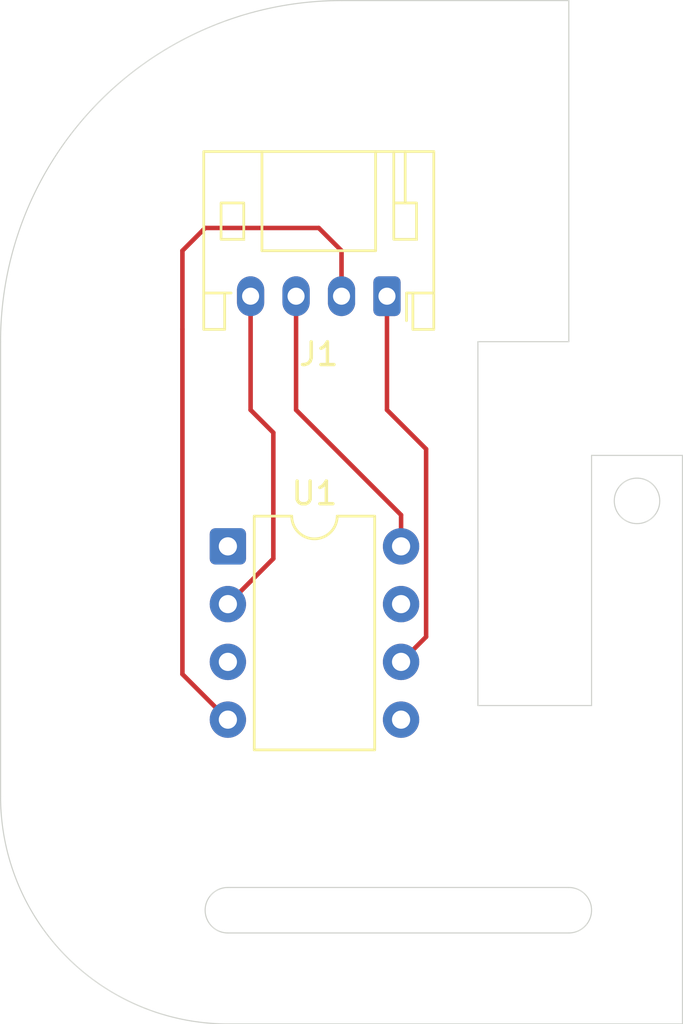
<source format=kicad_pcb>
(kicad_pcb (version 20241229) (generator "pcbnew") (generator_version "9.0")
  (layers (0 "F.Cu" signal) (2 "B.Cu" signal) (13 "F.Paste" user) (15 "B.Paste" user) (5 "F.SilkS" user "F.Silkscreen") (7 "B.SilkS" user "B.Silkscreen") (1 "F.Mask" user) (3 "B.Mask" user) (25 "Edge.Cuts" user))
  (net 0 "")
  (net 1 "VDD")
  (net 2 "/IN")
  (net 3 "/OUT")
  (net 4 "GND")
  (footprint "Connector_JST:JST_PH_S4B-PH-K_1x04_P2.00mm_Horizontal" (layer "F.Cu") (at 107 68 180)
    (property "Reference" "J1" (at 3 -2.55 0) (layer "F.SilkS"))
    (property "Value" "Conn_01x04")
    (fp_line (start 8.06 6.36) (end 8.06 -1.46) (stroke (width 0.12)) (layer "F.SilkS"))
    (fp_line (start 8.06 0.14) (end 7.14 0.14) (stroke (width 0.12)) (layer "F.SilkS"))
    (fp_line (start 8.06 -1.46) (end 7.14 -1.46) (stroke (width 0.12)) (layer "F.SilkS"))
    (fp_line (start 7.14 0.14) (end 6.86 0.14) (stroke (width 0.12)) (layer "F.SilkS"))
    (fp_line (start 7.14 -1.46) (end 7.14 0.14) (stroke (width 0.12)) (layer "F.SilkS"))
    (fp_line (start 5.5 2) (end 5.5 6.36) (stroke (width 0.12)) (layer "F.SilkS"))
    (fp_line (start 0.5 6.36) (end 0.5 2) (stroke (width 0.12)) (layer "F.SilkS"))
    (fp_line (start 0.5 2) (end 5.5 2) (stroke (width 0.12)) (layer "F.SilkS"))
    (fp_line (start -0.3 4.1) (end -0.3 6.36) (stroke (width 0.12)) (layer "F.SilkS"))
    (fp_line (start -0.8 4.1) (end -0.8 6.36) (stroke (width 0.12)) (layer "F.SilkS"))
    (fp_line (start -0.86 0.14) (end -0.86 -1.075) (stroke (width 0.12)) (layer "F.SilkS"))
    (fp_line (start -0.86 0.14) (end -1.14 0.14) (stroke (width 0.12)) (layer "F.SilkS"))
    (fp_line (start -1.14 0.14) (end -1.14 -1.46) (stroke (width 0.12)) (layer "F.SilkS"))
    (fp_line (start -1.14 -1.46) (end -2.06 -1.46) (stroke (width 0.12)) (layer "F.SilkS"))
    (fp_line (start -2.06 6.36) (end 8.06 6.36) (stroke (width 0.12)) (layer "F.SilkS"))
    (fp_line (start -2.06 0.14) (end -1.14 0.14) (stroke (width 0.12)) (layer "F.SilkS"))
    (fp_line (start -2.06 -1.46) (end -2.06 6.36) (stroke (width 0.12)) (layer "F.SilkS"))
    (fp_rect (start 6.3 2.5) (end 7.3 4.1) (stroke (width 0.12)) (fill no) (layer "F.SilkS"))
    (fp_rect (start -1.3 2.5) (end -0.3 4.1) (stroke (width 0.12)) (fill no) (layer "F.SilkS"))
    (pad "1" thru_hole roundrect (at 0 0 180) (size 1.2 1.75) (drill 0.75) (layers "*.Cu" "*.Mask") (roundrect_rratio 0.208333) (net 4 "GND"))
    (pad "2" thru_hole oval (at 2 0 180) (size 1.2 1.75) (drill 0.75) (layers "*.Cu" "*.Mask") (net 3 "/OUT"))
    (pad "3" thru_hole oval (at 4 0 180) (size 1.2 1.75) (drill 0.75) (layers "*.Cu" "*.Mask") (net 2 "/IN"))
    (pad "4" thru_hole oval (at 6 0 180) (size 1.2 1.75) (drill 0.75) (layers "*.Cu" "*.Mask") (net 1 "VDD"))
  )
  (footprint "Package_DIP:DIP-8_W7.62mm" (layer "F.Cu") (at 100 79)
    (property "Reference" "U1" (at 3.81 -2.33 0) (layer "F.SilkS"))
    (property "Value" "LM6321N")
    (fp_line (start 1.16 -1.33) (end 1.16 8.95) (stroke (width 0.12)) (layer "F.SilkS"))
    (fp_line (start 1.16 8.95) (end 6.46 8.95) (stroke (width 0.12)) (layer "F.SilkS"))
    (fp_line (start 2.81 -1.33) (end 1.16 -1.33) (stroke (width 0.12)) (layer "F.SilkS"))
    (fp_line (start 6.46 -1.33) (end 4.81 -1.33) (stroke (width 0.12)) (layer "F.SilkS"))
    (fp_line (start 6.46 8.95) (end 6.46 -1.33) (stroke (width 0.12)) (layer "F.SilkS"))
    (fp_arc (start 4.81 -1.33) (mid 3.81 -0.33) (end 2.81 -1.33) (stroke (width 0.12)) (layer "F.SilkS"))
    (pad "1" thru_hole roundrect (at 0 0) (size 1.6 1.6) (drill 0.8) (layers "*.Cu" "*.Mask") (roundrect_rratio 0.15625))
    (pad "2" thru_hole circle (at 0 2.54) (size 1.6 1.6) (drill 0.8) (layers "*.Cu" "*.Mask") (net 1 "VDD"))
    (pad "3" thru_hole circle (at 0 5.08) (size 1.6 1.6) (drill 0.8) (layers "*.Cu" "*.Mask"))
    (pad "4" thru_hole circle (at 0 7.62) (size 1.6 1.6) (drill 0.8) (layers "*.Cu" "*.Mask") (net 3 "/OUT"))
    (pad "5" thru_hole circle (at 7.62 7.62) (size 1.6 1.6) (drill 0.8) (layers "*.Cu" "*.Mask"))
    (pad "6" thru_hole circle (at 7.62 5.08) (size 1.6 1.6) (drill 0.8) (layers "*.Cu" "*.Mask") (net 4 "GND"))
    (pad "7" thru_hole circle (at 7.62 2.54) (size 1.6 1.6) (drill 0.8) (layers "*.Cu" "*.Mask"))
    (pad "8" thru_hole circle (at 7.62 0) (size 1.6 1.6) (drill 0.8) (layers "*.Cu" "*.Mask") (net 2 "/IN"))
  )
  (gr_circle (center 118 77) (end 118 78) (stroke (width 0.05)) (fill no) (layer "Edge.Cuts"))
  (gr_line (start 111 70) (end 111 86) (stroke (width 0.05)) (layer "Edge.Cuts"))
  (gr_line (start 115 55) (end 115 70) (stroke (width 0.05)) (layer "Edge.Cuts"))
  (gr_line (start 100 94) (end 115 94) (stroke (width 0.05)) (layer "Edge.Cuts"))
  (gr_line (start 120 100) (end 100 100) (stroke (width 0.05)) (layer "Edge.Cuts"))
  (gr_line (start 115 96) (end 100 96) (stroke (width 0.05)) (layer "Edge.Cuts"))
  (gr_line (start 116 75) (end 120 75) (stroke (width 0.05)) (layer "Edge.Cuts"))
  (gr_arc (start 90 70) (mid 94.393398 59.393398) (end 105 55) (stroke (width 0.05)) (layer "Edge.Cuts"))
  (gr_line (start 120 75) (end 120 100) (stroke (width 0.05)) (layer "Edge.Cuts"))
  (gr_line (start 105 55) (end 115 55) (stroke (width 0.05)) (layer "Edge.Cuts"))
  (gr_line (start 90 90) (end 90 70) (stroke (width 0.05)) (layer "Edge.Cuts"))
  (gr_arc (start 115 94) (mid 116 95) (end 115 96) (stroke (width 0.05)) (layer "Edge.Cuts"))
  (gr_line (start 115 70) (end 111 70) (stroke (width 0.05)) (layer "Edge.Cuts"))
  (gr_arc (start 100 96) (mid 99 95) (end 100 94) (stroke (width 0.05)) (layer "Edge.Cuts"))
  (gr_arc (start 100 100) (mid 92.928932 97.071068) (end 90 90) (stroke (width 0.05)) (layer "Edge.Cuts"))
  (gr_line (start 116 86) (end 116 75) (stroke (width 0.05)) (layer "Edge.Cuts"))
  (gr_line (start 111 86) (end 116 86) (stroke (width 0.05)) (layer "Edge.Cuts"))
  (segment (start 102 79.54) (end 102 74) (width 0.2) (layer "F.Cu") (net 1))
  (segment (start 100 81.54) (end 102 79.54) (width 0.2) (layer "F.Cu") (net 1))
  (segment (start 102 74) (end 101 73) (width 0.2) (layer "F.Cu") (net 1))
  (segment (start 101 73) (end 101 68) (width 0.2) (layer "F.Cu") (net 1))
  (segment (start 103 68) (end 103 73) (width 0.2) (layer "F.Cu") (net 2))
  (segment (start 103 73) (end 107.62 77.62) (width 0.2) (layer "F.Cu") (net 2))
  (segment (start 107.62 77.62) (end 107.62 79) (width 0.2) (layer "F.Cu") (net 2))
  (segment (start 98 66) (end 98 69.450794) (width 0.2) (layer "F.Cu") (net 3))
  (segment (start 99 65) (end 98 66) (width 0.2) (layer "F.Cu") (net 3))
  (segment (start 105 66) (end 104 65) (width 0.2) (layer "F.Cu") (net 3))
  (segment (start 100 86.62) (end 98 84.62) (width 0.2) (layer "F.Cu") (net 3))
  (segment (start 104 65) (end 99 65) (width 0.2) (layer "F.Cu") (net 3))
  (segment (start 98 69.450794) (end 98 84.62) (width 0.2) (layer "F.Cu") (net 3))
  (segment (start 105 68) (end 105 66) (width 0.2) (layer "F.Cu") (net 3))
  (segment (start 108.721 82.979) (end 108.721 74.721) (width 0.2) (layer "F.Cu") (net 4))
  (segment (start 108.721 74.721) (end 107 73) (width 0.2) (layer "F.Cu") (net 4))
  (segment (start 107.62 84.08) (end 108.721 82.979) (width 0.2) (layer "F.Cu") (net 4))
  (segment (start 107 73) (end 107 68) (width 0.2) (layer "F.Cu") (net 4))
)
</source>
